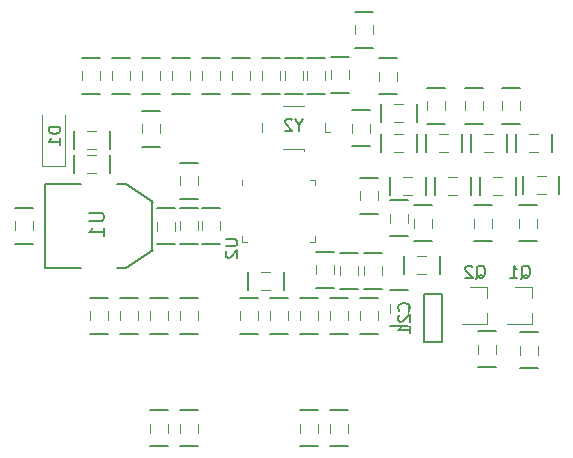
<source format=gbr>
%TF.GenerationSoftware,KiCad,Pcbnew,7.0.5.1-1-g8f565ef7f0-dirty-deb11*%
%TF.CreationDate,2023-07-20T12:05:46+00:00*%
%TF.ProjectId,ISM01,49534d30-312e-46b6-9963-61645f706362,rev?*%
%TF.SameCoordinates,Original*%
%TF.FileFunction,Legend,Bot*%
%TF.FilePolarity,Positive*%
%FSLAX46Y46*%
G04 Gerber Fmt 4.6, Leading zero omitted, Abs format (unit mm)*
G04 Created by KiCad (PCBNEW 7.0.5.1-1-g8f565ef7f0-dirty-deb11) date 2023-07-20 12:05:46*
%MOMM*%
%LPD*%
G01*
G04 APERTURE LIST*
%ADD10C,0.150000*%
%ADD11C,0.120000*%
G04 APERTURE END LIST*
D10*
%TO.C,U1*%
X133829773Y-101853069D02*
X134857868Y-101853069D01*
X134857868Y-101853069D02*
X134978820Y-101913546D01*
X134978820Y-101913546D02*
X135039297Y-101974022D01*
X135039297Y-101974022D02*
X135099773Y-102094974D01*
X135099773Y-102094974D02*
X135099773Y-102336879D01*
X135099773Y-102336879D02*
X135039297Y-102457831D01*
X135039297Y-102457831D02*
X134978820Y-102518308D01*
X134978820Y-102518308D02*
X134857868Y-102578784D01*
X134857868Y-102578784D02*
X133829773Y-102578784D01*
X135099773Y-103848784D02*
X135099773Y-103123069D01*
X135099773Y-103485926D02*
X133829773Y-103485926D01*
X133829773Y-103485926D02*
X134011201Y-103364974D01*
X134011201Y-103364974D02*
X134132154Y-103244022D01*
X134132154Y-103244022D02*
X134192630Y-103123069D01*
%TO.C,Q1*%
X170429285Y-107434746D02*
X170524523Y-107387127D01*
X170524523Y-107387127D02*
X170619761Y-107291889D01*
X170619761Y-107291889D02*
X170762618Y-107149031D01*
X170762618Y-107149031D02*
X170857856Y-107101412D01*
X170857856Y-107101412D02*
X170953094Y-107101412D01*
X170905475Y-107339508D02*
X171000713Y-107291889D01*
X171000713Y-107291889D02*
X171095951Y-107196650D01*
X171095951Y-107196650D02*
X171143570Y-107006174D01*
X171143570Y-107006174D02*
X171143570Y-106672841D01*
X171143570Y-106672841D02*
X171095951Y-106482365D01*
X171095951Y-106482365D02*
X171000713Y-106387127D01*
X171000713Y-106387127D02*
X170905475Y-106339508D01*
X170905475Y-106339508D02*
X170714999Y-106339508D01*
X170714999Y-106339508D02*
X170619761Y-106387127D01*
X170619761Y-106387127D02*
X170524523Y-106482365D01*
X170524523Y-106482365D02*
X170476904Y-106672841D01*
X170476904Y-106672841D02*
X170476904Y-107006174D01*
X170476904Y-107006174D02*
X170524523Y-107196650D01*
X170524523Y-107196650D02*
X170619761Y-107291889D01*
X170619761Y-107291889D02*
X170714999Y-107339508D01*
X170714999Y-107339508D02*
X170905475Y-107339508D01*
X169524523Y-107339508D02*
X170095951Y-107339508D01*
X169810237Y-107339508D02*
X169810237Y-106339508D01*
X169810237Y-106339508D02*
X169905475Y-106482365D01*
X169905475Y-106482365D02*
X170000713Y-106577603D01*
X170000713Y-106577603D02*
X170095951Y-106625222D01*
%TO.C,Q2*%
X166619285Y-107434746D02*
X166714523Y-107387127D01*
X166714523Y-107387127D02*
X166809761Y-107291889D01*
X166809761Y-107291889D02*
X166952618Y-107149031D01*
X166952618Y-107149031D02*
X167047856Y-107101412D01*
X167047856Y-107101412D02*
X167143094Y-107101412D01*
X167095475Y-107339508D02*
X167190713Y-107291889D01*
X167190713Y-107291889D02*
X167285951Y-107196650D01*
X167285951Y-107196650D02*
X167333570Y-107006174D01*
X167333570Y-107006174D02*
X167333570Y-106672841D01*
X167333570Y-106672841D02*
X167285951Y-106482365D01*
X167285951Y-106482365D02*
X167190713Y-106387127D01*
X167190713Y-106387127D02*
X167095475Y-106339508D01*
X167095475Y-106339508D02*
X166904999Y-106339508D01*
X166904999Y-106339508D02*
X166809761Y-106387127D01*
X166809761Y-106387127D02*
X166714523Y-106482365D01*
X166714523Y-106482365D02*
X166666904Y-106672841D01*
X166666904Y-106672841D02*
X166666904Y-107006174D01*
X166666904Y-107006174D02*
X166714523Y-107196650D01*
X166714523Y-107196650D02*
X166809761Y-107291889D01*
X166809761Y-107291889D02*
X166904999Y-107339508D01*
X166904999Y-107339508D02*
X167095475Y-107339508D01*
X166285951Y-106434746D02*
X166238332Y-106387127D01*
X166238332Y-106387127D02*
X166143094Y-106339508D01*
X166143094Y-106339508D02*
X165904999Y-106339508D01*
X165904999Y-106339508D02*
X165809761Y-106387127D01*
X165809761Y-106387127D02*
X165762142Y-106434746D01*
X165762142Y-106434746D02*
X165714523Y-106529984D01*
X165714523Y-106529984D02*
X165714523Y-106625222D01*
X165714523Y-106625222D02*
X165762142Y-106768079D01*
X165762142Y-106768079D02*
X166333570Y-107339508D01*
X166333570Y-107339508D02*
X165714523Y-107339508D01*
%TO.C,C21*%
X160914627Y-110131831D02*
X160962247Y-110084212D01*
X160962247Y-110084212D02*
X161009866Y-109941355D01*
X161009866Y-109941355D02*
X161009866Y-109846117D01*
X161009866Y-109846117D02*
X160962247Y-109703260D01*
X160962247Y-109703260D02*
X160867008Y-109608022D01*
X160867008Y-109608022D02*
X160771770Y-109560403D01*
X160771770Y-109560403D02*
X160581294Y-109512784D01*
X160581294Y-109512784D02*
X160438437Y-109512784D01*
X160438437Y-109512784D02*
X160247961Y-109560403D01*
X160247961Y-109560403D02*
X160152723Y-109608022D01*
X160152723Y-109608022D02*
X160057485Y-109703260D01*
X160057485Y-109703260D02*
X160009866Y-109846117D01*
X160009866Y-109846117D02*
X160009866Y-109941355D01*
X160009866Y-109941355D02*
X160057485Y-110084212D01*
X160057485Y-110084212D02*
X160105104Y-110131831D01*
X160105104Y-110512784D02*
X160057485Y-110560403D01*
X160057485Y-110560403D02*
X160009866Y-110655641D01*
X160009866Y-110655641D02*
X160009866Y-110893736D01*
X160009866Y-110893736D02*
X160057485Y-110988974D01*
X160057485Y-110988974D02*
X160105104Y-111036593D01*
X160105104Y-111036593D02*
X160200342Y-111084212D01*
X160200342Y-111084212D02*
X160295580Y-111084212D01*
X160295580Y-111084212D02*
X160438437Y-111036593D01*
X160438437Y-111036593D02*
X161009866Y-110465165D01*
X161009866Y-110465165D02*
X161009866Y-111084212D01*
X161009866Y-112036593D02*
X161009866Y-111465165D01*
X161009866Y-111750879D02*
X160009866Y-111750879D01*
X160009866Y-111750879D02*
X160152723Y-111655641D01*
X160152723Y-111655641D02*
X160247961Y-111560403D01*
X160247961Y-111560403D02*
X160295580Y-111465165D01*
%TO.C,D1*%
X131418866Y-94589594D02*
X130418866Y-94589594D01*
X130418866Y-94589594D02*
X130418866Y-94827689D01*
X130418866Y-94827689D02*
X130466485Y-94970546D01*
X130466485Y-94970546D02*
X130561723Y-95065784D01*
X130561723Y-95065784D02*
X130656961Y-95113403D01*
X130656961Y-95113403D02*
X130847437Y-95161022D01*
X130847437Y-95161022D02*
X130990294Y-95161022D01*
X130990294Y-95161022D02*
X131180770Y-95113403D01*
X131180770Y-95113403D02*
X131276008Y-95065784D01*
X131276008Y-95065784D02*
X131371247Y-94970546D01*
X131371247Y-94970546D02*
X131418866Y-94827689D01*
X131418866Y-94827689D02*
X131418866Y-94589594D01*
X131418866Y-96113403D02*
X131418866Y-95541975D01*
X131418866Y-95827689D02*
X130418866Y-95827689D01*
X130418866Y-95827689D02*
X130561723Y-95732451D01*
X130561723Y-95732451D02*
X130656961Y-95637213D01*
X130656961Y-95637213D02*
X130704580Y-95541975D01*
%TO.C,Y2*%
X151633237Y-94417317D02*
X151633237Y-94893508D01*
X151966570Y-93893508D02*
X151633237Y-94417317D01*
X151633237Y-94417317D02*
X151299904Y-93893508D01*
X151014189Y-93988746D02*
X150966570Y-93941127D01*
X150966570Y-93941127D02*
X150871332Y-93893508D01*
X150871332Y-93893508D02*
X150633237Y-93893508D01*
X150633237Y-93893508D02*
X150537999Y-93941127D01*
X150537999Y-93941127D02*
X150490380Y-93988746D01*
X150490380Y-93988746D02*
X150442761Y-94083984D01*
X150442761Y-94083984D02*
X150442761Y-94179222D01*
X150442761Y-94179222D02*
X150490380Y-94322079D01*
X150490380Y-94322079D02*
X151061808Y-94893508D01*
X151061808Y-94893508D02*
X150442761Y-94893508D01*
%TO.C,U2*%
X145404866Y-104090784D02*
X146214389Y-104090784D01*
X146214389Y-104090784D02*
X146309627Y-104138403D01*
X146309627Y-104138403D02*
X146357247Y-104186022D01*
X146357247Y-104186022D02*
X146404866Y-104281260D01*
X146404866Y-104281260D02*
X146404866Y-104471736D01*
X146404866Y-104471736D02*
X146357247Y-104566974D01*
X146357247Y-104566974D02*
X146309627Y-104614593D01*
X146309627Y-104614593D02*
X146214389Y-104662212D01*
X146214389Y-104662212D02*
X145404866Y-104662212D01*
X145500104Y-105090784D02*
X145452485Y-105138403D01*
X145452485Y-105138403D02*
X145404866Y-105233641D01*
X145404866Y-105233641D02*
X145404866Y-105471736D01*
X145404866Y-105471736D02*
X145452485Y-105566974D01*
X145452485Y-105566974D02*
X145500104Y-105614593D01*
X145500104Y-105614593D02*
X145595342Y-105662212D01*
X145595342Y-105662212D02*
X145690580Y-105662212D01*
X145690580Y-105662212D02*
X145833437Y-105614593D01*
X145833437Y-105614593D02*
X146404866Y-105043165D01*
X146404866Y-105043165D02*
X146404866Y-105662212D01*
%TO.C,R15*%
X149125047Y-112091689D02*
X150649047Y-112091689D01*
D11*
X149125047Y-110948689D02*
X149125047Y-110186689D01*
X150649047Y-110948689D02*
X150649047Y-110186689D01*
D10*
X150649047Y-109043689D02*
X149125047Y-109043689D01*
%TO.C,R17*%
X151665047Y-112091689D02*
X153189047Y-112091689D01*
D11*
X151665047Y-110948689D02*
X151665047Y-110186689D01*
X153189047Y-110948689D02*
X153189047Y-110186689D01*
D10*
X153189047Y-109043689D02*
X151665047Y-109043689D01*
%TO.C,U1*%
X130075047Y-106503689D02*
X130075047Y-99391689D01*
X133123047Y-106503689D02*
X130075047Y-106503689D01*
X136171047Y-106503689D02*
X136933047Y-106503689D01*
X136933047Y-106503689D02*
X139219047Y-104979689D01*
X139193647Y-104954289D02*
X139193647Y-100890289D01*
X139219047Y-100915689D02*
X136933047Y-99391689D01*
X130075047Y-99391689D02*
X133123047Y-99391689D01*
X136933047Y-99391689D02*
X136171047Y-99391689D01*
D11*
%TO.C,Q1*%
X171348047Y-108098689D02*
X169888047Y-108098689D01*
X171348047Y-108098689D02*
X171348047Y-109028689D01*
X171348047Y-111258689D02*
X169188047Y-111258689D01*
X171348047Y-111258689D02*
X171348047Y-110328689D01*
D10*
%TO.C,R19*%
X155856047Y-88660189D02*
X154332047Y-88660189D01*
D11*
X155856047Y-89803189D02*
X155856047Y-90565189D01*
X154332047Y-89803189D02*
X154332047Y-90565189D01*
D10*
X154332047Y-91708189D02*
X155856047Y-91708189D01*
D11*
%TO.C,Q2*%
X167538047Y-108098689D02*
X166078047Y-108098689D01*
X167538047Y-108098689D02*
X167538047Y-109028689D01*
X167538047Y-111258689D02*
X165378047Y-111258689D01*
X167538047Y-111258689D02*
X167538047Y-110328689D01*
D10*
%TO.C,C1*%
X132551547Y-96978689D02*
X132551547Y-98502689D01*
D11*
X133694547Y-96978689D02*
X134456547Y-96978689D01*
X133694547Y-98502689D02*
X134456547Y-98502689D01*
D10*
X135599547Y-98502689D02*
X135599547Y-96978689D01*
%TO.C,C3*%
X141124047Y-101487189D02*
X139600047Y-101487189D01*
D11*
X141124047Y-102630189D02*
X141124047Y-103392189D01*
X139600047Y-102630189D02*
X139600047Y-103392189D01*
D10*
X139600047Y-104535189D02*
X141124047Y-104535189D01*
%TO.C,C5*%
X129059047Y-101423689D02*
X127535047Y-101423689D01*
D11*
X129059047Y-102566689D02*
X129059047Y-103328689D01*
X127535047Y-102566689D02*
X127535047Y-103328689D01*
D10*
X127535047Y-104471689D02*
X129059047Y-104471689D01*
%TO.C,C14*%
X143029047Y-101423689D02*
X141505047Y-101423689D01*
D11*
X143029047Y-102566689D02*
X143029047Y-103328689D01*
X141505047Y-102566689D02*
X141505047Y-103328689D01*
D10*
X141505047Y-104471689D02*
X143029047Y-104471689D01*
%TO.C,C15*%
X156618047Y-105233689D02*
X155094047Y-105233689D01*
D11*
X156618047Y-106376689D02*
X156618047Y-107138689D01*
X155094047Y-106376689D02*
X155094047Y-107138689D01*
D10*
X155094047Y-108281689D02*
X156618047Y-108281689D01*
%TO.C,C16*%
X141505047Y-100661689D02*
X143029047Y-100661689D01*
D11*
X141505047Y-99518689D02*
X141505047Y-98756689D01*
X143029047Y-99518689D02*
X143029047Y-98756689D01*
D10*
X143029047Y-97613689D02*
X141505047Y-97613689D01*
%TO.C,C18*%
X144934047Y-101423689D02*
X143410047Y-101423689D01*
D11*
X144934047Y-102566689D02*
X144934047Y-103328689D01*
X143410047Y-102566689D02*
X143410047Y-103328689D01*
D10*
X143410047Y-104471689D02*
X144934047Y-104471689D01*
%TO.C,C21*%
X163730047Y-108742689D02*
X162206047Y-108742689D01*
X162206047Y-108742689D02*
X162333047Y-108742689D01*
X162206047Y-108742689D02*
X162206047Y-112806689D01*
X163730047Y-112806689D02*
X163730047Y-108742689D01*
X162206047Y-112806689D02*
X163730047Y-112806689D01*
%TO.C,C22*%
X155729047Y-118568689D02*
X154205047Y-118568689D01*
D11*
X155729047Y-119711689D02*
X155729047Y-120473689D01*
X154205047Y-119711689D02*
X154205047Y-120473689D01*
D10*
X154205047Y-121616689D02*
X155729047Y-121616689D01*
%TO.C,C23*%
X153189047Y-118568689D02*
X151665047Y-118568689D01*
D11*
X153189047Y-119711689D02*
X153189047Y-120473689D01*
X151665047Y-119711689D02*
X151665047Y-120473689D01*
D10*
X151665047Y-121616689D02*
X153189047Y-121616689D01*
%TO.C,C27*%
X143029047Y-118568689D02*
X141505047Y-118568689D01*
D11*
X143029047Y-119711689D02*
X143029047Y-120473689D01*
X141505047Y-119711689D02*
X141505047Y-120473689D01*
D10*
X141505047Y-121616689D02*
X143029047Y-121616689D01*
%TO.C,C28*%
X140489047Y-118568689D02*
X138965047Y-118568689D01*
D11*
X140489047Y-119711689D02*
X140489047Y-120473689D01*
X138965047Y-119711689D02*
X138965047Y-120473689D01*
D10*
X138965047Y-121616689D02*
X140489047Y-121616689D01*
D11*
%TO.C,D1*%
X129837047Y-97877689D02*
X129837047Y-93577689D01*
X131837047Y-97877689D02*
X129837047Y-97877689D01*
X131837047Y-93577689D02*
X131837047Y-97877689D01*
D10*
%TO.C,L8*%
X159285047Y-103836689D02*
X160809047Y-103836689D01*
D11*
X159285047Y-102693689D02*
X159285047Y-101931689D01*
X160809047Y-102693689D02*
X160809047Y-101931689D01*
D10*
X160809047Y-100788689D02*
X159285047Y-100788689D01*
%TO.C,R1*%
X163539547Y-107062000D02*
X163539547Y-105538000D01*
D11*
X162396547Y-107062000D02*
X161634547Y-107062000D01*
X162396547Y-105538000D02*
X161634547Y-105538000D01*
D10*
X160491547Y-105538000D02*
X160491547Y-107062000D01*
%TO.C,R6*%
X146585047Y-112091689D02*
X148109047Y-112091689D01*
D11*
X146585047Y-110948689D02*
X146585047Y-110186689D01*
X148109047Y-110948689D02*
X148109047Y-110186689D01*
D10*
X148109047Y-109043689D02*
X146585047Y-109043689D01*
%TO.C,R7*%
X141505047Y-112091689D02*
X143029047Y-112091689D01*
D11*
X141505047Y-110948689D02*
X141505047Y-110186689D01*
X143029047Y-110948689D02*
X143029047Y-110186689D01*
D10*
X143029047Y-109043689D02*
X141505047Y-109043689D01*
%TO.C,R8*%
X138965047Y-112091689D02*
X140489047Y-112091689D01*
D11*
X138965047Y-110948689D02*
X138965047Y-110186689D01*
X140489047Y-110948689D02*
X140489047Y-110186689D01*
D10*
X140489047Y-109043689D02*
X138965047Y-109043689D01*
%TO.C,R9*%
X136425047Y-112091689D02*
X137949047Y-112091689D01*
D11*
X136425047Y-110948689D02*
X136425047Y-110186689D01*
X137949047Y-110948689D02*
X137949047Y-110186689D01*
D10*
X137949047Y-109043689D02*
X136425047Y-109043689D01*
%TO.C,R10*%
X133885047Y-112091689D02*
X135409047Y-112091689D01*
D11*
X133885047Y-110948689D02*
X133885047Y-110186689D01*
X135409047Y-110948689D02*
X135409047Y-110186689D01*
D10*
X135409047Y-109043689D02*
X133885047Y-109043689D01*
%TO.C,R13*%
X156745047Y-112091689D02*
X158269047Y-112091689D01*
D11*
X156745047Y-110948689D02*
X156745047Y-110186689D01*
X158269047Y-110948689D02*
X158269047Y-110186689D01*
D10*
X158269047Y-109043689D02*
X156745047Y-109043689D01*
%TO.C,R16*%
X154205047Y-112091689D02*
X155729047Y-112091689D01*
D11*
X154205047Y-110948689D02*
X154205047Y-110186689D01*
X155729047Y-110948689D02*
X155729047Y-110186689D01*
D10*
X155729047Y-109043689D02*
X154205047Y-109043689D01*
%TO.C,R20*%
X138330047Y-96280189D02*
X139854047Y-96280189D01*
D11*
X138330047Y-95137189D02*
X138330047Y-94375189D01*
X139854047Y-95137189D02*
X139854047Y-94375189D01*
D10*
X139854047Y-93232189D02*
X138330047Y-93232189D01*
%TO.C,R21*%
X150331547Y-108408689D02*
X150331547Y-106884689D01*
D11*
X149188547Y-108408689D02*
X148426547Y-108408689D01*
X149188547Y-106884689D02*
X148426547Y-106884689D01*
D10*
X147283547Y-106884689D02*
X147283547Y-108408689D01*
%TO.C,R22*%
X170334047Y-115012689D02*
X171858047Y-115012689D01*
D11*
X170334047Y-113869689D02*
X170334047Y-113107689D01*
X171858047Y-113869689D02*
X171858047Y-113107689D01*
D10*
X171858047Y-111964689D02*
X170334047Y-111964689D01*
%TO.C,R23*%
X166778047Y-114949189D02*
X168302047Y-114949189D01*
D11*
X166778047Y-113806189D02*
X166778047Y-113044189D01*
X168302047Y-113806189D02*
X168302047Y-113044189D01*
D10*
X168302047Y-111901189D02*
X166778047Y-111901189D01*
%TO.C,C20*%
X154586047Y-105170189D02*
X153062047Y-105170189D01*
D11*
X154586047Y-106313189D02*
X154586047Y-107075189D01*
X153062047Y-106313189D02*
X153062047Y-107075189D01*
D10*
X153062047Y-108218189D02*
X154586047Y-108218189D01*
%TO.C,C17*%
X158650047Y-105233689D02*
X157126047Y-105233689D01*
D11*
X158650047Y-106376689D02*
X158650047Y-107138689D01*
X157126047Y-106376689D02*
X157126047Y-107138689D01*
D10*
X157126047Y-108281689D02*
X158650047Y-108281689D01*
%TO.C,C2*%
X132551547Y-94946689D02*
X132551547Y-96470689D01*
D11*
X133694547Y-94946689D02*
X134456547Y-94946689D01*
X133694547Y-96470689D02*
X134456547Y-96470689D01*
D10*
X135599547Y-96470689D02*
X135599547Y-94946689D01*
%TO.C,R18*%
X151919047Y-88723689D02*
X150395047Y-88723689D01*
D11*
X151919047Y-89866689D02*
X151919047Y-90628689D01*
X150395047Y-89866689D02*
X150395047Y-90628689D01*
D10*
X150395047Y-91771689D02*
X151919047Y-91771689D01*
%TO.C,C25*%
X153824047Y-88723689D02*
X152300047Y-88723689D01*
D11*
X153824047Y-89866689D02*
X153824047Y-90628689D01*
X152300047Y-89866689D02*
X152300047Y-90628689D01*
D10*
X152300047Y-91771689D02*
X153824047Y-91771689D01*
%TO.C,C26*%
X156364047Y-87898189D02*
X157888047Y-87898189D01*
D11*
X156364047Y-86755189D02*
X156364047Y-85993189D01*
X157888047Y-86755189D02*
X157888047Y-85993189D01*
D10*
X157888047Y-84850189D02*
X156364047Y-84850189D01*
%TO.C,R5*%
X150014047Y-88723689D02*
X148490047Y-88723689D01*
D11*
X150014047Y-89866689D02*
X150014047Y-90628689D01*
X148490047Y-89866689D02*
X148490047Y-90628689D01*
D10*
X148490047Y-91771689D02*
X150014047Y-91771689D01*
%TO.C,R3*%
X144934047Y-88723689D02*
X143410047Y-88723689D01*
D11*
X144934047Y-89866689D02*
X144934047Y-90628689D01*
X143410047Y-89866689D02*
X143410047Y-90628689D01*
D10*
X143410047Y-91771689D02*
X144934047Y-91771689D01*
%TO.C,R4*%
X147474047Y-88723689D02*
X145950047Y-88723689D01*
D11*
X147474047Y-89866689D02*
X147474047Y-90628689D01*
X145950047Y-89866689D02*
X145950047Y-90628689D01*
D10*
X145950047Y-91771689D02*
X147474047Y-91771689D01*
%TO.C,R14*%
X139854047Y-88723689D02*
X138330047Y-88723689D01*
D11*
X139854047Y-89866689D02*
X139854047Y-90628689D01*
X138330047Y-89866689D02*
X138330047Y-90628689D01*
D10*
X138330047Y-91771689D02*
X139854047Y-91771689D01*
%TO.C,R2*%
X142394047Y-88723689D02*
X140870047Y-88723689D01*
D11*
X142394047Y-89866689D02*
X142394047Y-90628689D01*
X140870047Y-89866689D02*
X140870047Y-90628689D01*
D10*
X140870047Y-91771689D02*
X142394047Y-91771689D01*
%TO.C,R11*%
X134774047Y-88723689D02*
X133250047Y-88723689D01*
D11*
X134774047Y-89866689D02*
X134774047Y-90628689D01*
X133250047Y-89866689D02*
X133250047Y-90628689D01*
D10*
X133250047Y-91771689D02*
X134774047Y-91771689D01*
%TO.C,R12*%
X137314047Y-88723689D02*
X135790047Y-88723689D01*
D11*
X137314047Y-89866689D02*
X137314047Y-90628689D01*
X135790047Y-89866689D02*
X135790047Y-90628689D01*
D10*
X135790047Y-91771689D02*
X137314047Y-91771689D01*
D11*
%TO.C,Y2*%
X154257047Y-95022689D02*
X153857047Y-95022689D01*
X153857047Y-95022689D02*
X153857047Y-94222689D01*
X152057047Y-96422689D02*
X152057047Y-96662689D01*
X152057047Y-92822689D02*
X150257047Y-92822689D01*
X150257047Y-96422689D02*
X152057047Y-96422689D01*
X148457047Y-94222689D02*
X148457047Y-95022689D01*
%TO.C,U2*%
X152997047Y-99067689D02*
X152522047Y-99067689D01*
X152997047Y-99542689D02*
X152997047Y-99067689D01*
X146777047Y-99542689D02*
X146777047Y-99067689D01*
X152997047Y-103812689D02*
X152997047Y-104287689D01*
X146777047Y-103812689D02*
X146777047Y-104287689D01*
X152997047Y-104287689D02*
X152522047Y-104287689D01*
X146777047Y-104287689D02*
X147252047Y-104287689D01*
D10*
%TO.C,L7*%
X162333047Y-100306089D02*
X162333047Y-98782089D01*
D11*
X161190047Y-100306089D02*
X160428047Y-100306089D01*
X161190047Y-98782089D02*
X160428047Y-98782089D01*
D10*
X159285047Y-98782089D02*
X159285047Y-100306089D01*
%TO.C,L6*%
X165381047Y-96724689D02*
X165381047Y-95200689D01*
D11*
X164238047Y-96724689D02*
X163476047Y-96724689D01*
X164238047Y-95200689D02*
X163476047Y-95200689D01*
D10*
X162333047Y-95200689D02*
X162333047Y-96724689D01*
%TO.C,L9*%
X161571047Y-94184689D02*
X161571047Y-92660689D01*
D11*
X160428047Y-94184689D02*
X159666047Y-94184689D01*
X160428047Y-92660689D02*
X159666047Y-92660689D01*
D10*
X158523047Y-92660689D02*
X158523047Y-94184689D01*
%TO.C,L5*%
X166143047Y-100306089D02*
X166143047Y-98782089D01*
D11*
X165000047Y-100306089D02*
X164238047Y-100306089D01*
X165000047Y-98782089D02*
X164238047Y-98782089D01*
D10*
X163095047Y-98782089D02*
X163095047Y-100306089D01*
%TO.C,L10*%
X157634047Y-93168689D02*
X156110047Y-93168689D01*
D11*
X157634047Y-94311689D02*
X157634047Y-95073689D01*
X156110047Y-94311689D02*
X156110047Y-95073689D01*
D10*
X156110047Y-96216689D02*
X157634047Y-96216689D01*
%TO.C,C7*%
X167921047Y-101195089D02*
X166397047Y-101195089D01*
D11*
X167921047Y-102338089D02*
X167921047Y-103100089D01*
X166397047Y-102338089D02*
X166397047Y-103100089D01*
D10*
X166397047Y-104243089D02*
X167921047Y-104243089D01*
%TO.C,C9*%
X162841047Y-101195089D02*
X161317047Y-101195089D01*
D11*
X162841047Y-102338089D02*
X162841047Y-103100089D01*
X161317047Y-102338089D02*
X161317047Y-103100089D01*
D10*
X161317047Y-104243089D02*
X162841047Y-104243089D01*
%TO.C,C13*%
X158396047Y-91835189D02*
X159920047Y-91835189D01*
D11*
X158396047Y-90692189D02*
X158396047Y-89930189D01*
X159920047Y-90692189D02*
X159920047Y-89930189D01*
D10*
X159920047Y-88787189D02*
X158396047Y-88787189D01*
%TO.C,C10*%
X162460047Y-94311689D02*
X163984047Y-94311689D01*
D11*
X162460047Y-93168689D02*
X162460047Y-92406689D01*
X163984047Y-93168689D02*
X163984047Y-92406689D01*
D10*
X163984047Y-91263689D02*
X162460047Y-91263689D01*
%TO.C,C11*%
X156745047Y-101931689D02*
X158269047Y-101931689D01*
D11*
X156745047Y-100788689D02*
X156745047Y-100026689D01*
X158269047Y-100788689D02*
X158269047Y-100026689D01*
D10*
X158269047Y-98883689D02*
X156745047Y-98883689D01*
%TO.C,C4*%
X171731047Y-101195089D02*
X170207047Y-101195089D01*
D11*
X171731047Y-102338089D02*
X171731047Y-103100089D01*
X170207047Y-102338089D02*
X170207047Y-103100089D01*
D10*
X170207047Y-104243089D02*
X171731047Y-104243089D01*
%TO.C,C12*%
X158523047Y-95200689D02*
X158523047Y-96724689D01*
D11*
X159666047Y-95200689D02*
X160428047Y-95200689D01*
X159666047Y-96724689D02*
X160428047Y-96724689D01*
D10*
X161571047Y-96724689D02*
X161571047Y-95200689D01*
%TO.C,C6*%
X168810047Y-94311689D02*
X170334047Y-94311689D01*
D11*
X168810047Y-93168689D02*
X168810047Y-92406689D01*
X170334047Y-93168689D02*
X170334047Y-92406689D01*
D10*
X170334047Y-91263689D02*
X168810047Y-91263689D01*
%TO.C,C8*%
X165635047Y-94311689D02*
X167159047Y-94311689D01*
D11*
X165635047Y-93168689D02*
X165635047Y-92406689D01*
X167159047Y-93168689D02*
X167159047Y-92406689D01*
D10*
X167159047Y-91263689D02*
X165635047Y-91263689D01*
%TO.C,L3*%
X169953047Y-100306089D02*
X169953047Y-98782089D01*
D11*
X168810047Y-100306089D02*
X168048047Y-100306089D01*
X168810047Y-98782089D02*
X168048047Y-98782089D01*
D10*
X166905047Y-98782089D02*
X166905047Y-100306089D01*
%TO.C,L4*%
X169191047Y-96724689D02*
X169191047Y-95200689D01*
D11*
X168048047Y-96724689D02*
X167286047Y-96724689D01*
X168048047Y-95200689D02*
X167286047Y-95200689D01*
D10*
X166143047Y-95200689D02*
X166143047Y-96724689D01*
%TO.C,L1*%
X173636047Y-100280689D02*
X173636047Y-98756689D01*
D11*
X172493047Y-100280689D02*
X171731047Y-100280689D01*
X172493047Y-98756689D02*
X171731047Y-98756689D01*
D10*
X170588047Y-98756689D02*
X170588047Y-100280689D01*
%TO.C,L2*%
X173001047Y-96724689D02*
X173001047Y-95200689D01*
D11*
X171858047Y-96724689D02*
X171096047Y-96724689D01*
X171858047Y-95200689D02*
X171096047Y-95200689D01*
D10*
X169953047Y-95200689D02*
X169953047Y-96724689D01*
%TO.C,C19*%
X160809047Y-108408689D02*
X159285047Y-108408689D01*
D11*
X160809047Y-109551689D02*
X160809047Y-110313689D01*
X159285047Y-109551689D02*
X159285047Y-110313689D01*
D10*
X159285047Y-111456689D02*
X160809047Y-111456689D01*
%TD*%
M02*

</source>
